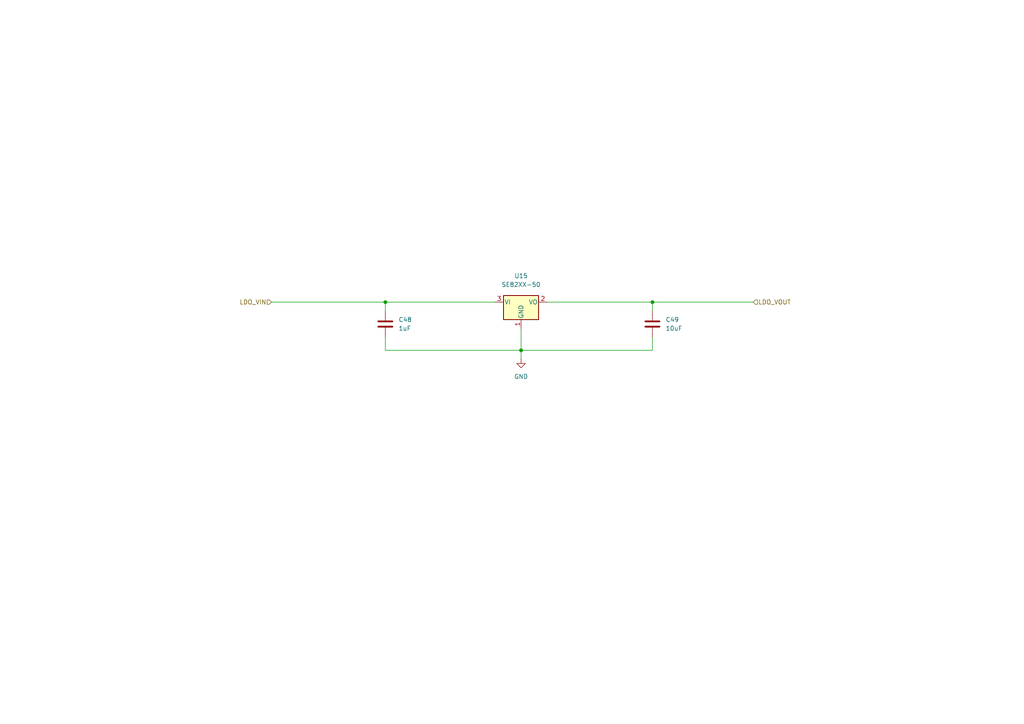
<source format=kicad_sch>
(kicad_sch (version 20211123) (generator eeschema)
  (paper "A4")
  (lib_symbols
    (symbol "Device:C" (pin_numbers hide) (pin_names (offset 0.254))
      (property "Reference" "C" (at 0.635 2.54 0))
      (property "Value" "C" (at 0.635 -2.54 0))
      (symbol "C_0_1"
        (polyline (pts (xy -2.032 -0.762) (xy 2.032 -0.762)) (stroke (width 0.508)))
        (polyline (pts (xy -2.032 0.762) (xy 2.032 0.762)) (stroke (width 0.508)))
      )
      (symbol "C_1_1"
        (pin passive line (at 0 3.81 270) (length 2.794) (name "~") (number "1"))
        (pin passive line (at 0 -3.81 90) (length 2.794) (name "~") (number "2"))
      )
    )
    (symbol "Regulator_Linear:AP1117-33" (pin_names (offset 0.254))
      (property "Reference" "U" (at -3.81 3.175 0))
      (property "Value" "AP1117-33" (at 0 3.175 0))
      (symbol "AP1117-33_0_1"
        (rectangle (start -5.08 -5.08) (end 5.08 1.905) (stroke (width 0.254)) (fill (type background)))
      )
      (symbol "AP1117-33_1_1"
        (pin power_in line (at 0 -7.62 90) (length 2.54) (name "GND") (number "1"))
        (pin power_out line (at 7.62 0 180) (length 2.54) (name "VO") (number "2"))
        (pin power_in line (at -7.62 0 0) (length 2.54) (name "VI") (number "3"))
      )
    )
    (symbol "power:GND" (power) (pin_names (offset 0))
      (property "Value" "GND" (at 0 -3.81 0))
      (symbol "GND_0_1"
        (polyline (pts (xy 0 0) (xy 0 -1.27) (xy 1.27 -1.27) (xy 0 -2.54) (xy -1.27 -1.27) (xy 0 -1.27)))
      )
      (symbol "GND_1_1"
        (pin power_in line (at 0 0 270) (length 0) hide (name "GND") (number "1"))
      )
    )
  )
  (junction (at 189.23 87.63))
  (junction (at 151.13 101.6))
  (junction (at 111.76 87.63))
  (wire (pts (xy 189.23 87.63) (xy 189.23 90.17)))
  (wire (pts (xy 189.23 97.79) (xy 189.23 101.6)))
  (wire (pts (xy 151.13 95.25) (xy 151.13 101.6)))
  (wire (pts (xy 111.76 97.79) (xy 111.76 101.6)))
  (wire (pts (xy 158.75 87.63) (xy 189.23 87.63)))
  (wire (pts (xy 189.23 87.63) (xy 218.44 87.63)))
  (wire (pts (xy 111.76 87.63) (xy 143.51 87.63)))
  (wire (pts (xy 151.13 101.6) (xy 189.23 101.6)))
  (wire (pts (xy 78.74 87.63) (xy 111.76 87.63)))
  (wire (pts (xy 111.76 101.6) (xy 151.13 101.6)))
  (wire (pts (xy 111.76 87.63) (xy 111.76 90.17)))
  (wire (pts (xy 151.13 101.6) (xy 151.13 104.14)))
  (hierarchical_label "LDO_VOUT" (shape input) (at 218.44 87.63 0))
  (hierarchical_label "LDO_VIN" (shape input) (at 78.74 87.63 180))
  (symbol (lib_id "power:GND") (at 151.13 104.14 0) (unit 1)
    (property "Reference" "#PWR075" (effects hide))
    (property "Value" "GND" (at 151.13 109.22 0))
  )
  (symbol (lib_id "Regulator_Linear:AP1117-33") (at 151.13 87.63 0) (unit 1)
    (property "Reference" "U15" (at 151.13 80.01 0))
    (property "Value" "SE82XX-50" (at 151.13 82.55 0))
    (property "Footprint" "Package_TO_SOT_SMD:SOT-23" (effects hide))
    (property "Datasheet" "https://datasheet.lcsc.com/lcsc/1912111437_Seaward-Elec-SE8250X2_C437589.pdf" (effects hide))
  )
  (symbol (lib_id "Device:C") (at 111.76 93.98 0) (unit 1)
    (property "Reference" "C48" (at 115.57 92.7099 0) (effects (justify left)))
    (property "Value" "1uF" (at 115.57 95.2499 0) (effects (justify left)))
    (property "Footprint" "Capacitor_SMD:C_0805_2012Metric_Pad1.18x1.45mm_HandSolder" (effects hide))
  )
  (symbol (lib_id "Device:C") (at 189.23 93.98 0) (unit 1)
    (property "Reference" "C49" (at 193.04 92.7099 0) (effects (justify left)))
    (property "Value" "10uF" (at 193.04 95.2499 0) (effects (justify left)))
    (property "Footprint" "Capacitor_SMD:C_0805_2012Metric_Pad1.18x1.45mm_HandSolder" (effects hide))
  )
)
</source>
